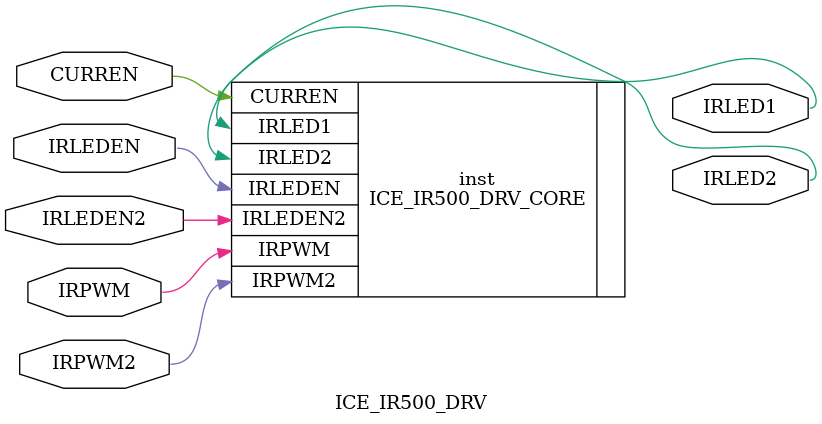
<source format=v>
`timescale 1ps/1ps
module ICE_IR500_DRV   (
	IRLEDEN,
	IRPWM,
	CURREN,
	IRLEDEN2,
	IRPWM2,
	IRLED1,
	IRLED2
);

parameter IR500_CURRENT = "0b000000000000";
parameter CURRENT_MODE = "0b0";

	input IRLEDEN;
	input IRPWM;
	input CURREN;
	input IRLEDEN2;
	input IRPWM2;
	output IRLED1;
	output IRLED2;

 ICE_IR500_DRV_CORE #(.IR500_CURRENT(IR500_CURRENT),.CURRENT_MODE(CURRENT_MODE))
inst
 (
	.CURREN(CURREN),
	.IRLEDEN(IRLEDEN),
	.IRPWM(IRPWM),
	.IRLEDEN2(IRLEDEN2),
	.IRPWM2(IRPWM2),
	.IRLED1(IRLED1),
	.IRLED2(IRLED2)
);
endmodule

</source>
